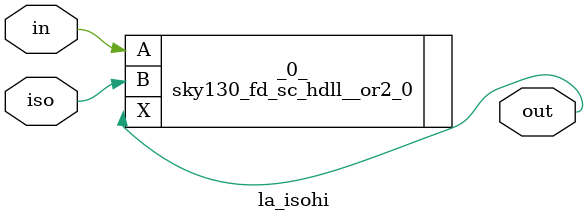
<source format=v>

/* Generated by Yosys 0.37 (git sha1 a5c7f69ed, clang 14.0.0-1ubuntu1.1 -fPIC -Os) */

module la_isohi(iso, in, out);
  input in;
  wire in;
  input iso;
  wire iso;
  output out;
  wire out;
  sky130_fd_sc_hdll__or2_0 _0_ (
    .A(in),
    .B(iso),
    .X(out)
  );
endmodule

</source>
